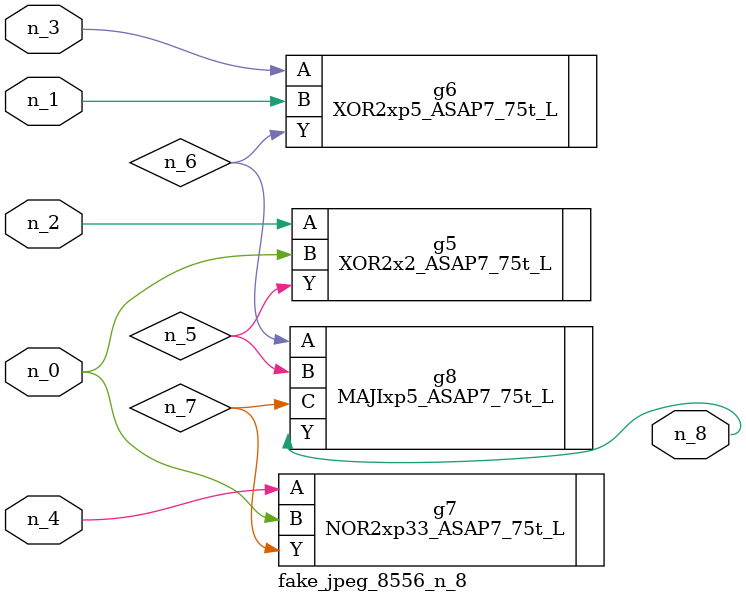
<source format=v>
module fake_jpeg_8556_n_8 (n_3, n_2, n_1, n_0, n_4, n_8);

input n_3;
input n_2;
input n_1;
input n_0;
input n_4;

output n_8;

wire n_6;
wire n_5;
wire n_7;

XOR2x2_ASAP7_75t_L g5 ( 
.A(n_2),
.B(n_0),
.Y(n_5)
);

XOR2xp5_ASAP7_75t_L g6 ( 
.A(n_3),
.B(n_1),
.Y(n_6)
);

NOR2xp33_ASAP7_75t_L g7 ( 
.A(n_4),
.B(n_0),
.Y(n_7)
);

MAJIxp5_ASAP7_75t_L g8 ( 
.A(n_6),
.B(n_5),
.C(n_7),
.Y(n_8)
);


endmodule
</source>
